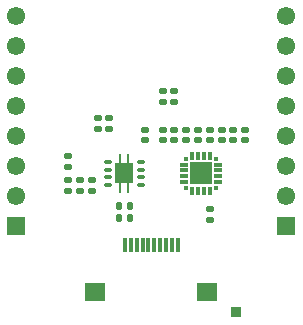
<source format=gbs>
G04*
G04 #@! TF.GenerationSoftware,Altium Limited,Altium Designer,19.1.9 (167)*
G04*
G04 Layer_Color=16711935*
%FSLAX24Y24*%
%MOIN*%
G70*
G01*
G75*
G04:AMPARAMS|DCode=13|XSize=25.6mil|YSize=19.7mil|CornerRadius=5.4mil|HoleSize=0mil|Usage=FLASHONLY|Rotation=270.000|XOffset=0mil|YOffset=0mil|HoleType=Round|Shape=RoundedRectangle|*
%AMROUNDEDRECTD13*
21,1,0.0256,0.0089,0,0,270.0*
21,1,0.0148,0.0197,0,0,270.0*
1,1,0.0108,-0.0044,-0.0074*
1,1,0.0108,-0.0044,0.0074*
1,1,0.0108,0.0044,0.0074*
1,1,0.0108,0.0044,-0.0074*
%
%ADD13ROUNDEDRECTD13*%
%ADD14R,0.0335X0.0335*%
G04:AMPARAMS|DCode=17|XSize=25.6mil|YSize=19.7mil|CornerRadius=5.4mil|HoleSize=0mil|Usage=FLASHONLY|Rotation=180.000|XOffset=0mil|YOffset=0mil|HoleType=Round|Shape=RoundedRectangle|*
%AMROUNDEDRECTD17*
21,1,0.0256,0.0089,0,0,180.0*
21,1,0.0148,0.0197,0,0,180.0*
1,1,0.0108,-0.0074,0.0044*
1,1,0.0108,0.0074,0.0044*
1,1,0.0108,0.0074,-0.0044*
1,1,0.0108,-0.0074,-0.0044*
%
%ADD17ROUNDEDRECTD17*%
%ADD27C,0.0059*%
%ADD28C,0.0020*%
%ADD29C,0.0610*%
%ADD30R,0.0610X0.0610*%
G04:AMPARAMS|DCode=59|XSize=27.6mil|YSize=21.7mil|CornerRadius=6.4mil|HoleSize=0mil|Usage=FLASHONLY|Rotation=90.000|XOffset=0mil|YOffset=0mil|HoleType=Round|Shape=RoundedRectangle|*
%AMROUNDEDRECTD59*
21,1,0.0276,0.0089,0,0,90.0*
21,1,0.0148,0.0217,0,0,90.0*
1,1,0.0128,0.0044,0.0074*
1,1,0.0128,0.0044,-0.0074*
1,1,0.0128,-0.0044,-0.0074*
1,1,0.0128,-0.0044,0.0074*
%
%ADD59ROUNDEDRECTD59*%
%ADD60R,0.0728X0.0728*%
G04:AMPARAMS|DCode=61|XSize=13.8mil|YSize=29.5mil|CornerRadius=3.9mil|HoleSize=0mil|Usage=FLASHONLY|Rotation=0.000|XOffset=0mil|YOffset=0mil|HoleType=Round|Shape=RoundedRectangle|*
%AMROUNDEDRECTD61*
21,1,0.0138,0.0217,0,0,0.0*
21,1,0.0059,0.0295,0,0,0.0*
1,1,0.0079,0.0030,-0.0108*
1,1,0.0079,-0.0030,-0.0108*
1,1,0.0079,-0.0030,0.0108*
1,1,0.0079,0.0030,0.0108*
%
%ADD61ROUNDEDRECTD61*%
G04:AMPARAMS|DCode=62|XSize=15.7mil|YSize=15.7mil|CornerRadius=4.4mil|HoleSize=0mil|Usage=FLASHONLY|Rotation=0.000|XOffset=0mil|YOffset=0mil|HoleType=Round|Shape=RoundedRectangle|*
%AMROUNDEDRECTD62*
21,1,0.0157,0.0069,0,0,0.0*
21,1,0.0069,0.0157,0,0,0.0*
1,1,0.0089,0.0034,-0.0034*
1,1,0.0089,-0.0034,-0.0034*
1,1,0.0089,-0.0034,0.0034*
1,1,0.0089,0.0034,0.0034*
%
%ADD62ROUNDEDRECTD62*%
G04:AMPARAMS|DCode=63|XSize=13.8mil|YSize=29.5mil|CornerRadius=3.9mil|HoleSize=0mil|Usage=FLASHONLY|Rotation=270.000|XOffset=0mil|YOffset=0mil|HoleType=Round|Shape=RoundedRectangle|*
%AMROUNDEDRECTD63*
21,1,0.0138,0.0217,0,0,270.0*
21,1,0.0059,0.0295,0,0,270.0*
1,1,0.0079,-0.0108,-0.0030*
1,1,0.0079,-0.0108,0.0030*
1,1,0.0079,0.0108,0.0030*
1,1,0.0079,0.0108,-0.0030*
%
%ADD63ROUNDEDRECTD63*%
G04:AMPARAMS|DCode=64|XSize=15.7mil|YSize=15.7mil|CornerRadius=4.4mil|HoleSize=0mil|Usage=FLASHONLY|Rotation=270.000|XOffset=0mil|YOffset=0mil|HoleType=Round|Shape=RoundedRectangle|*
%AMROUNDEDRECTD64*
21,1,0.0157,0.0069,0,0,270.0*
21,1,0.0069,0.0157,0,0,270.0*
1,1,0.0089,-0.0034,-0.0034*
1,1,0.0089,-0.0034,0.0034*
1,1,0.0089,0.0034,0.0034*
1,1,0.0089,0.0034,-0.0034*
%
%ADD64ROUNDEDRECTD64*%
%ADD65R,0.0110X0.0344*%
%ADD66R,0.0610X0.0709*%
G04:AMPARAMS|DCode=67|XSize=14.2mil|YSize=25.6mil|CornerRadius=4mil|HoleSize=0mil|Usage=FLASHONLY|Rotation=270.000|XOffset=0mil|YOffset=0mil|HoleType=Round|Shape=RoundedRectangle|*
%AMROUNDEDRECTD67*
21,1,0.0142,0.0175,0,0,270.0*
21,1,0.0061,0.0256,0,0,270.0*
1,1,0.0081,-0.0088,-0.0031*
1,1,0.0081,-0.0088,0.0031*
1,1,0.0081,0.0088,0.0031*
1,1,0.0081,0.0088,-0.0031*
%
%ADD67ROUNDEDRECTD67*%
%ADD68R,0.0118X0.0453*%
%ADD69R,0.0689X0.0610*%
D13*
X3957Y4035D02*
D03*
X4311D02*
D03*
D14*
X7874Y492D02*
D03*
D17*
X5807Y7854D02*
D03*
Y7500D02*
D03*
X5413Y7854D02*
D03*
Y7500D02*
D03*
X4823Y6220D02*
D03*
Y6575D02*
D03*
X3248Y6969D02*
D03*
Y6614D02*
D03*
X3642Y6969D02*
D03*
Y6614D02*
D03*
X2657Y4902D02*
D03*
Y4547D02*
D03*
X3051Y4902D02*
D03*
Y4547D02*
D03*
X2264Y4902D02*
D03*
Y4547D02*
D03*
Y5689D02*
D03*
Y5335D02*
D03*
X6594Y6575D02*
D03*
Y6220D02*
D03*
X6201Y6575D02*
D03*
Y6220D02*
D03*
X6988Y3917D02*
D03*
Y3563D02*
D03*
X8169Y6220D02*
D03*
Y6575D02*
D03*
X5807Y6575D02*
D03*
Y6220D02*
D03*
X5413Y6575D02*
D03*
Y6220D02*
D03*
X6988Y6220D02*
D03*
Y6575D02*
D03*
X7382Y6220D02*
D03*
Y6575D02*
D03*
X7776D02*
D03*
Y6220D02*
D03*
D27*
X1378Y846D02*
D03*
Y1516D02*
D03*
D28*
X5827Y1929D02*
D03*
X4252D02*
D03*
D29*
X539Y8354D02*
D03*
Y4354D02*
D03*
Y5354D02*
D03*
Y6354D02*
D03*
Y7354D02*
D03*
Y9354D02*
D03*
Y10354D02*
D03*
X9539Y8354D02*
D03*
Y4354D02*
D03*
Y5354D02*
D03*
Y6354D02*
D03*
Y7354D02*
D03*
Y9354D02*
D03*
Y10354D02*
D03*
D30*
X539Y3354D02*
D03*
X9539D02*
D03*
D59*
X3956Y3642D02*
D03*
X4312D02*
D03*
D60*
X6693Y5118D02*
D03*
D61*
X6398Y4547D02*
D03*
X6594D02*
D03*
X6791D02*
D03*
X6988D02*
D03*
Y5689D02*
D03*
X6791D02*
D03*
X6594D02*
D03*
X6398D02*
D03*
D62*
X7185Y4626D02*
D03*
D63*
X7264Y4823D02*
D03*
Y5020D02*
D03*
Y5217D02*
D03*
Y5413D02*
D03*
X6122D02*
D03*
Y5217D02*
D03*
Y5020D02*
D03*
Y4823D02*
D03*
D64*
X7185Y5610D02*
D03*
X6201D02*
D03*
Y4626D02*
D03*
D65*
X4006Y5610D02*
D03*
X4262D02*
D03*
X4006Y4626D02*
D03*
X4262D02*
D03*
D66*
X4134Y5118D02*
D03*
D67*
X3583Y4734D02*
D03*
Y4990D02*
D03*
Y5246D02*
D03*
Y5502D02*
D03*
X4685D02*
D03*
Y5246D02*
D03*
Y4734D02*
D03*
Y4990D02*
D03*
D68*
X5925Y2736D02*
D03*
X5728D02*
D03*
X5531D02*
D03*
X5335D02*
D03*
X5138D02*
D03*
X4941D02*
D03*
X4744D02*
D03*
X4547D02*
D03*
X4154D02*
D03*
X4350D02*
D03*
D69*
X3169Y1161D02*
D03*
X6909D02*
D03*
M02*

</source>
